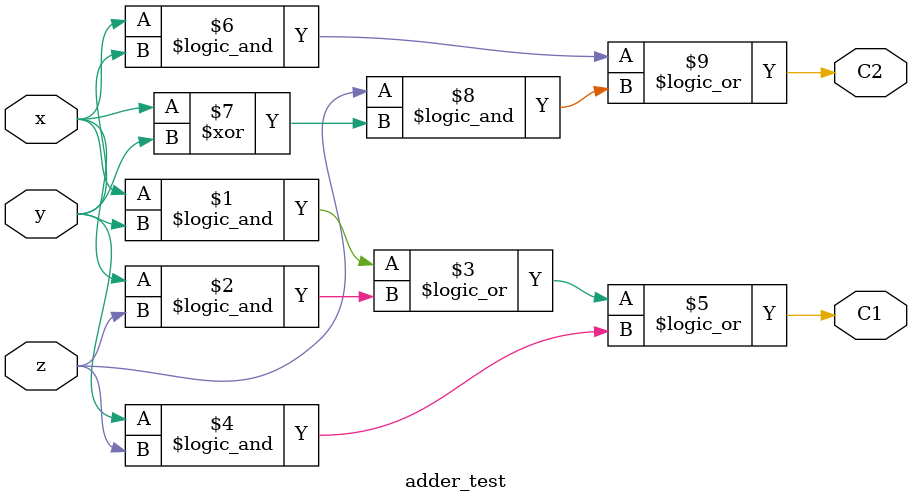
<source format=v>
module adder_test (x, y, z, C1, C2);
	input x, y, z;
	output C1, C2;
	
	assign C1 = (x && y) || (x && z) || (y && z);
	assign C2 = (x && y) || (z && (x ^ y));
endmodule
</source>
